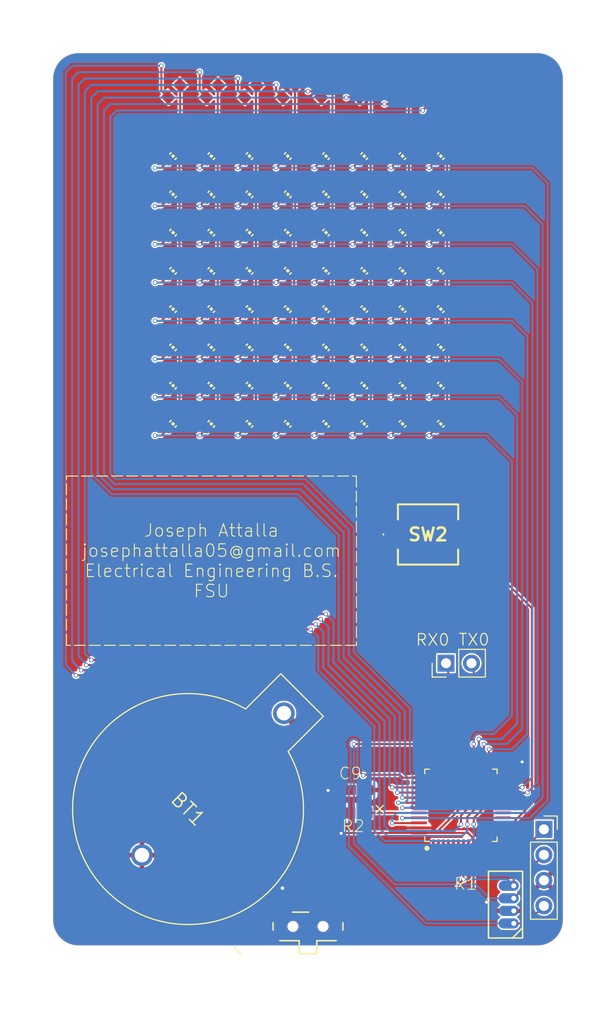
<source format=kicad_pcb>
(kicad_pcb (version 20241229) (generator "pcbnew") (generator_version "9.0")
  (layers (0 "F.Cu" signal) (2 "B.Cu" signal) (13 "F.Paste" user) (15 "B.Paste" user) (5 "F.SilkS" user "F.Silkscreen") (7 "B.SilkS" user "B.Silkscreen") (1 "F.Mask" user) (3 "B.Mask" user) (25 "Edge.Cuts" user))
  (net 0 "")
  (net 1 "GND")
  (net 2 "+3V3")
  (net 3 "/LED_N0")
  (net 4 "Net-(LED1-PadA)")
  (net 5 "Net-(LED10-PadA)")
  (net 6 "Net-(LED11-PadA)")
  (net 7 "Net-(LED12-PadA)")
  (net 8 "Net-(LED13-PadA)")
  (net 9 "Net-(LED14-PadA)")
  (net 10 "Net-(LED15-PadA)")
  (net 11 "Net-(LED16-PadA)")
  (net 12 "/LED_N1")
  (net 13 "/LED_N2")
  (net 14 "/LED_N3")
  (net 15 "/LED_N4")
  (net 16 "/LED_N5")
  (net 17 "/LED_N6")
  (net 18 "/LED_N7")
  (net 23 "/UART_TX")
  (net 24 "unconnected-(MP1-P$13-Pad13)")
  (net 27 "/UART_RX")
  (net 28 "/SWCLK")
  (net 29 "/BTN1")
  (net 31 "/LED_P3")
  (net 32 "/LED_P1")
  (net 33 "/LED_P2")
  (net 34 "/LED_P5")
  (net 36 "Net-(MP1-P$44)")
  (net 37 "/LED_P0")
  (net 39 "/NRST")
  (net 42 "/SWDIO")
  (net 45 "/LED_P4")
  (net 47 "/LED_P7")
  (net 50 "/LED_P6")
  (net 53 "Net-(BT1-+)")
  (footprint "version3:CHIP-LED0603_420" (layer "F.Cu") (at 150.4061 82.1436 135)
    (property "Reference" "LED29" (hide yes))
    (property "Value" "LEDCHIP-LED0603")
  )
  (footprint "version3:CHIP-LED0603_420" (layer "F.Cu") (at 150.4061 85.9536 135)
    (property "Reference" "LED37" (hide yes))
    (property "Value" "LEDCHIP-LED0603")
  )
  (footprint "version3:CHIP-LED0603_420" (layer "F.Cu") (at 161.8361 97.3836 135)
    (property "Reference" "LED64" (hide yes))
    (property "Value" "LEDCHIP-LED0603")
  )
  (footprint "version3:CHIP-LED0603_420" (layer "F.Cu") (at 161.8361 89.7636 135)
    (property "Reference" "LED48" (hide yes))
    (property "Value" "LEDCHIP-LED0603")
  )
  (footprint "version3:CHIP-LED0603_420" (layer "F.Cu") (at 161.8361 78.3336 135)
    (property "Reference" "LED24" (hide yes))
    (property "Value" "LEDCHIP-LED0603")
  )
  (footprint "version3:CHIP-LED0603_420" (layer "F.Cu") (at 150.4061 78.3336 135)
    (property "Reference" "LED21" (hide yes))
    (property "Value" "LEDCHIP-LED0603")
  )
  (footprint "version3:CHIP-LED0603_420" (layer "F.Cu") (at 142.7861 89.7636 135)
    (property "Reference" "LED43" (hide yes))
    (property "Value" "LEDCHIP-LED0603")
  )
  (footprint "version3:CHIP-LED0603_420" (layer "F.Cu") (at 146.5961 78.3336 135)
    (property "Reference" "LED20" (hide yes))
    (property "Value" "LEDCHIP-LED0603")
  )
  (footprint "version3:CHIP-LED0603_420" (layer "F.Cu") (at 154.2161 78.3336 135)
    (property "Reference" "LED22" (hide yes))
    (property "Value" "LEDCHIP-LED0603")
  )
  (footprint "version3:CHIP-LED0603_420" (layer "F.Cu") (at 142.7861 82.1436 135)
    (property "Reference" "LED27" (hide yes))
    (property "Value" "LEDCHIP-LED0603")
  )
  (footprint "version3:R0603_334" (layer "F.Cu") (at 153.5811 136.2456 180)
    (property "Reference" "R2")
    (property "Value" "10k")
  )
  (footprint "version3:CHIP-LED0603_420" (layer "F.Cu") (at 150.4061 70.7136 135)
    (property "Reference" "LED5" (hide yes))
    (property "Value" "LEDCHIP-LED0603")
  )
  (footprint "version3:C0603_334" (layer "F.Cu") (at 153.5811 133.9596)
    (property "Reference" "C9")
    (property "Value" "0.1uF")
  )
  (footprint "version3:CHIP-LED0603_420" (layer "F.Cu") (at 135.1661 78.3336 135)
    (property "Reference" "LED17" (hide yes))
    (property "Value" "LEDCHIP-LED0603")
  )
  (footprint "version3:CHIP-LED0603_420" (layer "F.Cu") (at 161.8361 70.7136 135)
    (property "Reference" "LED8" (hide yes))
    (property "Value" "LEDCHIP-LED0603")
  )
  (footprint "version3:CHIP-LED0603_420" (layer "F.Cu") (at 138.9761 85.9536 135)
    (property "Reference" "LED34" (hide yes))
    (property "Value" "LEDCHIP-LED0603")
  )
  (footprint "version3:CHIP-LED0603_420" (layer "F.Cu") (at 158.0261 97.3836 135)
    (property "Reference" "LED63" (hide yes))
    (property "Value" "LEDCHIP-LED0603")
  )
  (footprint "Connector_PinSocket_2.54mm:PinSocket_1x04_P2.54mm_Vertical" (layer "F.Cu") (at 172 137.88)
    (property "Reference" "J1" (hide yes))
    (property "Value" "Conn_01x04_Pin")
  )
  (footprint "version3:CHIP-LED0603_420" (layer "F.Cu") (at 138.9761 78.3336 135)
    (property "Reference" "LED18" (hide yes))
    (property "Value" "LEDCHIP-LED0603")
  )
  (footprint "version3:CHIP-LED0603_420" (layer "F.Cu") (at 138.9761 82.1436 135)
    (property "Reference" "LED26" (hide yes))
    (property "Value" "LEDCHIP-LED0603")
  )
  (footprint "version3:CHIP-LED0603_420" (layer "F.Cu") (at 154.2161 97.3836 135)
    (property "Reference" "LED62" (hide yes))
    (property "Value" "LEDCHIP-LED0603")
  )
  (footprint "version3:CHIP-LED0603_420" (layer "F.Cu") (at 146.5961 70.7136 135)
    (property "Reference" "LED4" (hide yes))
    (property "Value" "LEDCHIP-LED0603")
  )
  (footprint "version3:CHIP-LED0603_420" (layer "F.Cu") (at 142.7861 85.9536 135)
    (property "Reference" "LED35" (hide yes))
    (property "Value" "LEDCHIP-LED0603")
  )
  (footprint "version3:SW4_SSSS811101_ALPS" (layer "F.Cu") (at 148.5011 147.5486 90)
    (property "Reference" "SW1")
    (property "Value" "SSSS811101SW4_SSSS811101_ALPS")
  )
  (footprint "version3:CHIP-LED0603_420" (layer "F.Cu") (at 158.0261 85.9536 135)
    (property "Reference" "LED39" (hide yes))
    (property "Value" "LEDCHIP-LED0603")
  )
  (footprint "version3:CHIP-LED0603_420" (layer "F.Cu") (at 142.7861 97.3836 135)
    (property "Reference" "LED59" (hide yes))
    (property "Value" "LEDCHIP-LED0603")
  )
  (footprint "version3:R0603_334" (layer "F.Cu") (at 158.0261 64.3636 -135)
    (property "Reference" "R9" (hide yes))
    (property "Value" "500r")
  )
  (footprint "version3:CHIP-LED0603_420" (layer "F.Cu") (at 150.4061 93.5736 135)
    (property "Reference" "LED53" (hide yes))
    (property "Value" "LEDCHIP-LED0603")
  )
  (footprint "version3:CHIP-LED0603_420" (layer "F.Cu") (at 146.5961 74.5236 135)
    (property "Reference" "LED12" (hide yes))
    (property "Value" "LEDCHIP-LED0603")
  )
  (footprint "1_Buttons:SPEH110101" (layer "F.Cu") (at 160.46 108.51)
    (property "Reference" "SW2")
    (property "Value" "SW_Push" (hide yes))
  )
  (footprint "Connector_PinHeader_2.54mm:PinHeader_1x02_P2.54mm_Vertical" (layer "F.Cu") (at 162.25 121.33 90)
    (property "Reference" "REF**" (hide yes))
    (property "Value" "PinHeader_1x02_P2.54mm_Vertical")
  )
  (footprint "version3:CHIP-LED0603_420" (layer "F.Cu") (at 138.9761 70.7136 135)
    (property "Reference" "LED2" (hide yes))
    (property "Value" "LEDCHIP-LED0603")
  )
  (footprint "version3:CHIP-LED0603_420" (layer "F.Cu") (at 135.1661 82.1436 135)
    (property "Reference" "LED25" (hide yes))
    (property "Value" "LEDCHIP-LED0603")
  )
  (footprint "version3:CHIP-LED0603_420" (layer "F.Cu") (at 146.5961 97.3836 135)
    (property "Reference" "LED60" (hide yes))
    (property "Value" "LEDCHIP-LED0603")
  )
  (footprint "version3:CHIP-LED0603_420" (layer "F.Cu") (at 135.1661 97.3836 135)
    (property "Reference" "LED57" (hide yes))
    (property "Value" "LEDCHIP-LED0603")
  )
  (footprint "version3:R0603_334" (layer "F.Cu") (at 135.1661 64.3636 -135)
    (property "Reference" "R3" (hide yes))
    (property "Value" "500r")
  )
  (footprint "version3:CHIP-LED0603_420" (layer "F.Cu") (at 161.8361 93.5736 135)
    (property "Reference" "LED56" (hide yes))
    (property "Value" "LEDCHIP-LED0603")
  )
  (footprint "version3:CHIP-LED0603_420" (layer "F.Cu") (at 146.5961 82.1436 135)
    (property "Reference" "LED28" (hide yes))
    (property "Value" "LEDCHIP-LED0603")
  )
  (footprint "version3:CHIP-LED0603_420" (layer "F.Cu") (at 154.2161 70.7136 135)
    (property "Reference" "LED6" (hide yes))
    (property "Value" "LEDCHIP-LED0603")
  )
  (footprint "version3:CHIP-LED0603_420" (layer "F.Cu") (at 154.2161 82.1436 135)
    (property "Reference" "LED30" (hide yes))
    (property "Value" "LEDCHIP-LED0603")
  )
  (footprint "version3:CHIP-LED0603_420" (layer "F.Cu") (at 135.1661 74.5236 135)
    (property "Reference" "LED9" (hide yes))
    (property "Value" "LEDCHIP-LED0603")
  )
  (footprint "version3:CHIP-LED0603_420" (layer "F.Cu") (at 142.7861 78.3336 135)
    (property "Reference" "LED19" (hide yes))
    (property "Value" "LEDCHIP-LED0603")
  )
  (footprint "version3:CHIP-LED0603_420" (layer "F.Cu") (at 158.0261 78.3336 135)
    (property "Reference" "LED23" (hide yes))
    (property "Value" "LEDCHIP-LED0603")
  )
  (footprint "version3:R0603_334" (layer "F.Cu") (at 161.8361 64.3636 -135)
    (property "Reference" "R10" (hide yes))
    (property "Value" "500r")
  )
  (footprint "version3:CHIP-LED0603_420" (layer "F.Cu") (at 158.0261 82.1436 135)
    (property "Reference" "LED31" (hide yes))
    (property "Value" "LEDCHIP-LED0603")
  )
  (footprint "version3:CHIP-LED0603_420" (layer "F.Cu") (at 146.5961 93.5736 135)
    (property "Reference" "LED52" (hide yes))
    (property "Value" "LEDCHIP-LED0603")
  )
  (footprint "version3:CHIP-LED0603_420" (layer "F.Cu") (at 158.0261 89.7636 135)
    (property "Reference" "LED47" (hide yes))
    (property "Value" "LEDCHIP-LED0603")
  )
  (footprint "version3:4-PIN-1.25MM_4492387" (layer "F.Cu") (at 168.18 145.375 -90)
    (property "Reference" "PROG0" (hide yes))
    (property "Value" "4-PIN-1.25MM" (hide yes))
  )
  (footprint "version3:R0603_334" (layer "F.Cu") (at 150.4061 64.3636 -135)
    (property "Reference" "R7" (hide yes))
    (property "Value" "500r")
  )
  (footprint "version3:CHIP-LED0603_420" (layer "F.Cu") (at 158.0261 70.7136 135)
    (property "Reference" "LED7" (hide yes))
    (property "Value" "LEDCHIP-LED0603")
  )
  (footprint "version3:CHIP-LED0603_420" (layer "F.Cu") (at 142.7861 93.5736 135)
    (property "Reference" "LED51" (hide yes))
    (property "Value" "LEDCHIP-LED0603")
  )
  (footprint "version3:CHIP-LED0603_420" (layer "F.Cu") (at 135.1661 89.7636 135)
    (property "Reference" "LED41" (hide yes))
    (property "Value" "LEDCHIP-LED0603")
  )
  (footprint "version3:R0603_334" (layer "F.Cu") (at 164.2491 145.1356)
    (property "Reference" "R1")
    (property "Value" "10k")
  )
  (footprint "version3:R0603_334" (layer "F.Cu") (at 142.7861 64.3636 -135)
    (property "Reference" "R5" (hide yes))
    (property "Value" "500r")
  )
  (footprint "version3:B1,27_385" (layer "F.Cu") (at 162.4711 126.5936)
    (property "Reference" "RX0")
    (property "Value" "PTR1B1,27")
  )
  (footprint "version3:CHIP-LED0603_420" (layer "F.Cu") (at 150.4061 97.3836 135)
    (property "Reference" "LED61" (hide yes))
    (property "Value" "LEDCHIP-LED0603")
  )
  (footprint "version3:QFP50P900X900X160-48" (layer "F.Cu") (at 163.7411 135.4836 90)
    (property "Reference" "MP1" (hide yes))
    (property "Value" "STM32L431CC")
  )
  (footprint "version3:CHIP-LED0603_420" (layer "F.Cu") (at 150.4061 74.5236 135)
    (property "Reference" "LED13" (hide yes))
    (property "Value" "LEDCHIP-LED0603")
  )
  (footprint "version3:CHIP-LED0603_420" (layer "F.Cu") (at 161.8361 74.5236 135)
    (property "Reference" "LED16" (hide yes))
    (property "Value" "LEDCHIP-LED0603")
  )
  (footprint "version3:CHIP-LED0603_420" (layer "F.Cu") (at 146.5961 89.7636 135)
    (property "Reference" "LED44" (hide yes))
    (property "Value" "LEDCHIP-LED0603")
  )
  (footprint "version3:CHIP-LED0603_420" (layer "F.Cu") (at 142.7861 74.5236 135)
    (property "Reference" "LED11" (hide yes))
    (property "Value" "LEDCHIP-LED0603")
  )
  (footprint "version3:CHIP-LED0603_420" (layer "F.Cu") (at 135.1661 93.5736 135)
    (property "Reference" "LED49" (hide yes))
    (property "Value" "LEDCHIP-LED0603")
  )
  (footprint "version3:CHIP-LED0603_420" (layer "F.Cu") (at 138.9761 97.3836 135)
    (property "Reference" "LED58" (hide yes))
    (property "Value" "LEDCHIP-LED0603")
  )
  (footprint "version3:CHIP-LED0603_420" (layer "F.Cu") (at 158.0261 93.5736 135)
    (property "Reference" "LED55" (hide yes))
    (property "Value" "LEDCHIP-LED0603")
  )
  (footprint "version3:CHIP-LED0603_420" (layer "F.Cu") (at 138.9761 74.5236 135)
    (property "Reference" "LED10" (hide yes))
    (property "Value" "LEDCHIP-LED0603")
  )
  (footprint "version3:CHIP-LED0603_420" (layer "F.Cu") (at 138.9761 93.5736 135)
    (property "Reference" "LED50" (hide yes))
    (property "Value" "LEDCHIP-LED0603")
  )
  (footprint "version3:CHIP-LED0603_420" (layer "F.Cu") (at 135.1661 70.7136 135)
    (property "Reference" "LED1" (hide yes))
    (property "Value" "LEDCHIP-LED0603")
  )
  (footprint "version3:CHIP-LED0603_420" (layer "F.Cu") (at 158.0261 74.5236 135)
    (property "Reference" "LED15" (hide yes))
    (property "Value" "LEDCHIP-LED0603")
  )
  (footprint "version3:CHIP-LED0603_420" (layer "F.Cu") (at 154.2161 74.5236 135)
    (property "Reference" "LED14" (hide yes))
    (property "Value" "LEDCHIP-LED0603")
  )
  (footprint "version3:CHIP-LED0603_420" (layer "F.Cu") (at 154.2161 93.5736 135)
    (property "Reference" "LED54" (hide yes))
    (property "Value" "LEDCHIP-LED0603")
  )
  (footprint "version3:CHIP-LED0603_420" (layer "F.Cu") (at 161.8361 85.9536 135)
    (property "Reference" "LED40" (hide yes))
    (property "Value" "LEDCHIP-LED0603")
  )
  (footprint "version3:R0603_334" (layer "F.Cu") (at 154.2161 64.3636 -135)
    (property "Reference" "R8" (hide yes))
    (property "Value" "500r")
  )
  (footprint "version3:CHIP-LED0603_420" (layer "F.Cu") (at 154.2161 89.7636 135)
    (property "Reference" "LED46" (hide yes))
    (property "Value" "LEDCHIP-LED0603")
  )
  (footprint "version3:CHIP-LED0603_420" (layer "F.Cu") (at 154.2161 85.9536 135)
    (property "Reference" "LED38" (hide yes))
    (property "Value" "LEDCHIP-LED0603")
  )
  (footprint "version3:CHIP-LED0603_420" (layer "F.Cu") (at 161.8361 82.1436 135)
    (property "Reference" "LED32" (hide yes))
    (property "Value" "LEDCHIP-LED0603")
  )
  (footprint "version3:R0603_334" (layer "F.Cu") (at 146.5961 64.3636 -135)
    (property "Reference" "R6" (hide yes))
    (property "Value" "500r")
  )
  (footprint "version3:CHIP-LED0603_420" (layer "F.Cu") (at 150.4061 89.7636 135)
    (property "Reference" "LED45" (hide yes))
    (property "Value" "LEDCHIP-LED0603")
  )
  (footprint "version3:CHIP-LED0603_420" (layer "F.Cu") (at 146.5961 85.9536 135)
    (property "Reference" "LED36" (hide yes))
    (property "Value" "LEDCHIP-LED0603")
  )
  (footprint "version3:CHIP-LED0603_420" (layer "F.Cu") (at 135.1661 85.9536 135)
    (property "Reference" "LED33" (hide yes))
    (property "Value" "LEDCHIP-LED0603")
  )
  (footprint "version3:CHIP-LED0603_420" (layer "F.Cu") (at 138.9761 89.7636 135)
    (property "Reference" "LED42" (hide yes))
    (property "Value" "LEDCHIP-LED0603")
  )
  (footprint "1_battery_holders:BAT_BS-3" (layer "F.Cu") (at 136.554058 135.855942 135)
    (property "Reference" "BT1")
    (property "Value" "Battery")
  )
  (footprint "version3:B1,27_385" (layer "F.Cu") (at 165.0111 126.5936)
    (property "Reference" "TX0")
    (property "Value" "PTR1B1,27")
  )
  (footprint "version3:CHIP-LED0603_420" (layer "F.Cu") (at 142.7861 70.7136 135)
    (property "Reference" "LED3" (hide yes))
    (property "Value" "LEDCHIP-LED0603")
  )
  (footprint "version3:R0603_334" (layer "F.Cu") (at 138.9761 64.3636 -135)
    (property "Reference" "R4" (hide yes))
    (property "Value" "500r")
  )
  (gr_arc (start 123.1011 63.0936) (mid 123.845049 61.297549) (end 125.6411 60.5536) (stroke (width 0.0254)) (layer "Edge.Cuts"))
  (gr_arc (start 173.9011 146.9136) (mid 173.157151 148.709651) (end 171.3611 149.4536) (stroke (width 0.0254)) (layer "Edge.Cuts"))
  (gr_line (start 171.3611 60.5536) (end 125.6411 60.5536) (stroke (width 0.05)) (layer "Edge.Cuts"))
  (gr_arc (start 125.6411 149.4536) (mid 123.845049 148.709651) (end 123.1011 146.9136) (stroke (width 0.0254)) (layer "Edge.Cuts"))
  (gr_line (start 123.1011 63.0936) (end 123.1011 146.9136) (stroke (width 0.05)) (layer "Edge.Cuts"))
  (gr_line (start 173.9011 146.9136) (end 173.9011 63.0936) (stroke (width 0.05)) (layer "Edge.Cuts"))
  (gr_line (start 125.6411 149.4536) (end 171.3611 149.4536) (stroke (width 0.05)) (layer "Edge.Cuts"))
  (gr_arc (start 171.3611 60.5536) (mid 173.157151 61.297549) (end 173.9011 63.0936) (stroke (width 0.0254)) (layer "Edge.Cuts"))
  (gr_text_box "Joseph Attalla\njosephattalla05@gmail.com\nElectrical Engineering B.S.\nFSU" (start 124.44 102.69) (end 153.32 119.55) (margins 1.0025 1.0025 1.0025 1.0025) (layer "F.SilkS") (effects (font (size 1.25 1.25) (thickness 0.1))) (border yes) (stroke (width 0.1) (type dash)))
  (segment (start 164.9911 139.6619) (end 164.9911 145.0276) (width 0.2032) (layer "F.Cu") (net 2))
  (segment (start 161.2451 138.2336) (end 164.4414 138.2336) (width 0.2032) (layer "F.Cu") (net 2))
  (segment (start 167.9194 132.7336) (end 166.7451 132.7336) (width 0.2032) (layer "F.Cu") (net 2))
  (segment (start 152.6907 134) (end 152.7311 133.9596) (width 0.2032) (layer "F.Cu") (net 2))
  (segment (start 166.7451 132.7336) (end 161.2451 138.2336) (width 0.2032) (layer "F.Cu") (net 2))
  (segment (start 146.2583 144.0358) (end 145.9611 143.7386) (width 0.7112) (layer "F.Cu") (net 2))
  (segment (start 164.4414 138.2336) (end 164.9911 138.7833) (width 0.2032) (layer "F.Cu") (net 2))
  (segment (start 159.5628 138.2336) (end 161.2451 138.2336) (width 0.2032) (layer "F.Cu") (net 2))
  (segment (start 169.8371 131.1656) (end 169.8371 132.1816) (width 0.2032) (layer "F.Cu") (net 2))
  (segment (start 164.9911 145.0276) (end 165.0991 145.1356) (width 0.2032) (layer "F.Cu") (net 2))
  (segment (start 165.0991 145.1356) (end 166.2811 145.1356) (width 0.2032) (layer "F.Cu") (net 2))
  (segment (start 151.8471 138.2336) (end 151.8031 138.2776) (width 0.2032) (layer "F.Cu") (net 2))
  (segment (start 169.8371 132.1816) (end 169.2851 132.7336) (width 0.2032) (layer "F.Cu") (net 2))
  (segment (start 146.2583 145.839) (end 146.2583 144.0358) (width 0.7112) (layer "F.Cu") (net 2))
  (segment (start 159.5628 138.2336) (end 151.8471 138.2336) (width 0.2032) (layer "F.Cu") (net 2))
  (segment (start 169.2851 132.7336) (end 167.9194 132.7336) (width 0.2032) (layer "F.Cu") (net 2))
  (segment (start 164.9911 138.7833) (end 164.9911 139.6619) (width 0.2032) (layer "F.Cu") (net 2))
  (segment (start 150.5 134) (end 152.6907 134) (width 0.2032) (layer "F.Cu") (net 2))
  (via (at 150.5 134) (size 0.4524) (drill 0.3) (layers "F.Cu" "B.Cu") (net 2))
  (via (at 169.8371 131.1656) (size 0.4524) (drill 0.3) (layers "F.Cu" "B.Cu") (net 2))
  (via (at 151.8031 138.2776) (size 0.4524) (drill 0.3) (layers "F.Cu" "B.Cu") (net 2))
  (via (at 145.9611 143.7386) (size 0.5024) (drill 0.35) (layers "F.Cu" "B.Cu") (net 2))
  (via (at 166.2811 145.1356) (size 0.4524) (drill 0.3) (layers "F.Cu" "B.Cu") (net 2))
  (segment (start 157.495768 71.243932) (end 156.7561 71.9836) (width 0.2032) (layer "F.Cu") (net 3))
  (segment (start 142.255768 71.243932) (end 141.5161 71.9836) (width 0.2032) (layer "F.Cu") (net 3))
  (segment (start 133.8961 71.9836) (end 133.2611 71.9836) (width 0.2032) (layer "F.Cu") (net 3))
  (segment (start 149.875768 71.243932) (end 149.1361 71.9836) (width 0.2032) (layer "F.Cu") (net 3))
  (segment (start 134.635768 71.243932) (end 133.8961 71.9836) (width 0.2032) (layer "F.Cu") (net 3))
  (segment (start 157.9191 136.7336) (end 159.5628 136.7336) (width 0.2032) (layer "F.Cu") (net 3))
  (segment (start 138.445768 71.243932) (end 137.7061 71.9836) (width 0.2032) (layer "F.Cu") (net 3))
  (segment (start 157.8991 136.7536) (end 157.9191 136.7336) (width 0.2032) (layer "F.Cu") (net 3))
  (segment (start 153.685768 71.243932) (end 152.9461 71.9836) (width 0.2032) (layer "F.Cu") (net 3))
  (segment (start 161.305768 71.243932) (end 160.5661 71.9836) (width 0.2032) (layer "F.Cu") (net 3))
  (segment (start 146.065768 71.243932) (end 145.3261 71.9836) (width 0.2032) (layer "F.Cu") (net 3))
  (via (at 160.5661 71.9836) (size 0.4524) (drill 0.3) (layers "F.Cu" "B.Cu") (net 3))
  (via (at 152.9461 71.9836) (size 0.4524) (drill 0.3) (layers "F.Cu" "B.Cu") (net 3))
  (via (at 133.2611 71.9836) (size 0.4524) (drill 0.3) (layers "F.Cu" "B.Cu") (net 3))
  (via (at 141.5161 71.9836) (size 0.4524) (drill 0.3) (layers "F.Cu" "B.Cu") (net 3))
  (via (at 145.3261 71.9836) (size 0.4524) (drill 0.3) (layers "F.Cu" "B.Cu") (net 3))
  (via (at 156.7561 71.9836) (size 0.4524) (drill 0.3) (layers "F.Cu" "B.Cu") (net 3))
  (via (at 149.1361 71.9836) (size 0.4524) (drill 0.3) (layers "F.Cu" "B.Cu") (net 3))
  (via (at 137.7061 71.9836) (size 0.4524) (drill 0.3) (layers "F.Cu" "B.Cu") (net 3))
  (via (at 157.8991 136.7536) (size 0.4524) (drill 0.3) (layers "F.Cu" "B.Cu") (net 3))
  (segment (start 152.9461 71.9836) (end 156.7561 71.9836) (width 0.2032) (layer "B.Cu") (net 3))
  (segment (start 133.2611 71.9836) (end 137.7061 71.9836) (width 0.2032) (layer "B.Cu") (net 3))
  (segment (start 137.7061 71.9836) (end 141.5161 71.9836) (width 0.2032) (layer "B.Cu") (net 3))
  (segment (start 145.3261 71.9836) (end 149.1361 71.9836) (width 0.2032) (layer "B.Cu") (net 3))
  (segment (start 141.5161 71.9836) (end 145.3261 71.9836) (width 0.2032) (layer "B.Cu") (net 3))
  (segment (start 170.5991 136.7536) (end 172.3771 134.9756) (width 0.2032) (layer "B.Cu") (net 3))
  (segment (start 157.8991 136.7536) (end 170.5991 136.7536) (width 0.2032) (layer "B.Cu") (net 3))
  (segment (start 172.3771 73.5076) (end 170.8531 71.9836) (width 0.2032) (layer "B.Cu") (net 3))
  (segment (start 149.1361 71.9836) (end 152.9461 71.9836) (width 0.2032) (layer "B.Cu") (net 3))
  (segment (start 156.7561 71.9836) (end 160.5661 71.9836) (width 0.2032) (layer "B.Cu") (net 3))
  (segment (start 170.8531 71.9836) (end 160.5661 71.9836) (width 0.2032) (layer "B.Cu") (net 3))
  (segment (start 172.3771 134.9756) (end 172.3771 73.5076) (width 0.2032) (layer "B.Cu") (net 3))
  (segment (start 135.696428 73.993272) (end 135.696428 77.803272) (width 0.2032) (layer "F.Cu") (net 4))
  (segment (start 135.696428 89.233272) (end 135.696428 93.043272) (width 0.2032) (layer "F.Cu") (net 4))
  (segment (start 135.696428 96.853272) (end 135.696428 93.043272) (width 0.2032) (layer "F.Cu") (net 4))
  (segment (start 135.696428 70.183272) (end 135.696428 73.993272) (width 0.2032) (layer "F.Cu") (net 4))
  (segment (start 135.76714 63.76256) (end 135.76714 70.11256) (width 0.2032) (layer "F.Cu") (net 4))
  (segment (start 135.696428 77.803272) (end 135.696428 81.613272) (width 0.2032) (layer "F.Cu") (net 4))
  (segment (start 135.76714 70.11256) (end 135.696428 70.183272) (width 0.2032) (layer "F.Cu") (net 4))
  (segment (start 135.696428 85.423272) (end 135.696428 89.233272) (width 0.2032) (layer "F.Cu") (net 4))
  (segment (start 135.696428 81.613272) (end 135.696428 85.423272) (width 0.2032) (layer "F.Cu") (net 4))
  (segment (start 139.506428 63.833272) (end 139.57714 63.76256) (width 0.2032) (layer "F.Cu") (net 5))
  (segment (start 139.506428 70.183272) (end 139.506428 63.833272) (width 0.2032) (layer "F.Cu") (net 5))
  (segment (start 139.506428 77.803272) (end 139.506428 81.613272) (width 0.2032) (layer "F.Cu") (net 5))
  (segment (start 139.506428 70.183272) (end 139.506428 73.993272) (width 0.2032) (layer "F.Cu") (net 5))
  (segment (start 139.506428 85.423272) (end 139.506428 89.233272) (width 0.2032) (layer "F.Cu") (net 5))
  (segment (start 139.506428 81.613272) (end 139.506428 85.423272) (width 0.2032) (layer "F.Cu") (net 5))
  (segment (start 139.506428 93.043272) (end 139.506428 96.853272) (width 0.2032) (layer "F.Cu") (net 5))
  (segment (start 139.506428 77.803272) (end 139.506428 73.993272) (width 0.2032) (layer "F.Cu") (net 5))
  (segment (start 139.506428 89.233272) (end 139.506428 93.043272) (width 0.2032) (layer "F.Cu") (net 5))
  (segment (start 143.316428 85.423272) (end 143.316428 89.233272) (width 0.2032) (layer "F.Cu") (net 6))
  (segment (start 143.316428 70.183272) (end 143.316428 63.833272) (width 0.2032) (layer "F.Cu") (net 6))
  (segment (start 143.316428 77.803272) (end 143.316428 81.613272) (width 0.2032) (layer "F.Cu") (net 6))
  (segment (start 143.316428 73.993272) (end 143.316428 77.803272) (width 0.2032) (layer "F.Cu") (net 6))
  (segment (start 143.316428 89.233272) (end 143.316428 93.043272) (width 0.2032) (layer "F.Cu") (net 6))
  (segment (start 143.316428 73.993272) (end 143.316428 70.183272) (width 0.2032) (layer "F.Cu") (net 6))
  (segment (start 143.316428 81.613272) (end 143.316428 85.423272) (width 0.2032) (layer "F.Cu") (net 6))
  (segment (start 143.316428 63.833272) (end 143.38714 63.76256) (width 0.2032) (layer "F.Cu") (net 6))
  (segment (start 143.316428 93.043272) (end 143.316428 96.853272) (width 0.2032) (layer "F.Cu") (net 6))
  (segment (start 147.126428 73.993272) (end 147.2311 74.097944) (width 0.2032) (layer "F.Cu") (net 7))
  (segment (start 147.126428 70.183272) (end 147.126428 73.993272) (width 0.2032) (layer "F.Cu") (net 7))
  (segment (start 147.19714 63.76256) (end 147.19714 70.11256) (width 0.2032) (layer "F.Cu") (net 7))
  (segment (start 147.19714 70.11256) (end 147.126428 70.183272) (width 0.2032) (layer "F.Cu") (net 7))
  (segment (start 147.126428 93.043272) (end 147.126428 96.853272) (width 0.2032) (layer "F.Cu") (net 7))
  (segment (start 147.126428 85.423272) (end 147.126428 89.233272) (width 0.2032) (layer "F.Cu") (net 7))
  (segment (start 147.2311 77.6986) (end 147.126428 77.803272) (width 0.2032) (layer "F.Cu") (net 7))
  (segment (start 147.126428 81.613272) (end 147.126428 77.803272) (width 0.2032) (layer "F.Cu") (net 7))
  (segment (start 147.126428 89.233272) (end 147.126428 93.043272) (width 0.2032) (layer "F.Cu") (net 7))
  (segment (start 147.126428 81.613272) (end 147.126428 85.423272) (width 0.2032) (layer "F.Cu") (net 7))
  (segment (start 147.2311 74.097944) (end 147.2311 77.6986) (width 0.2032) (layer "F.Cu") (net 7))
  (segment (start 150.936428 81.613272) (end 150.936428 85.423272) (width 0.2032) (layer "F.Cu") (net 8))
  (segment (start 150.936428 89.233272) (end 150.936428 93.043272) (width 0.2032) (layer "F.Cu") (net 8))
  (segment (start 150.936428 77.803272) (end 150.936428 73.993272) (width 0.2032) (layer "F.Cu") (net 8))
  (segment (start 150.936428 93.043272) (end 150.936428 96.853272) (width 0.2032) (layer "F.Cu") (net 8))
  (segment (start 150.936428 85.423272) (end 150.936428 89.233272) (width 0.2032) (layer "F.Cu") (net 8))
  (segment (start 150.936428 77.803272) (end 150.936428 81.613272) (width 0.2032) (layer "F.Cu") (net 8))
  (segment (start 150.936428 63.833272) (end 151.00714 63.76256) (width 0.2032) (layer "F.Cu") (net 8))
  (segment (start 150.936428 70.183272) (end 150.936428 63.833272) (width 0.2032) (layer "F.Cu") (net 8))
  (segment (start 150.936428 73.993272) (end 150.936428 70.183272) (width 0.2032) (layer "F.Cu") (net 8))
  (segment (start 154.746428 89.233272) (end 154.746428 93.043272) (width 0.2032) (layer "F.Cu") (net 9))
  (segment (start 154.746428 73.993272) (end 154.746428 77.803272) (width 0.2032) (layer "F.Cu") (net 9))
  (segment (start 154.746428 70.183272) (end 154.746428 73.993272) (width 0.2032) (layer "F.Cu") (net 9))
  (segment (start 154.746428 63.833272) (end 154.81714 63.76256) (width 0.2032) (layer "F.Cu") (net 9))
  (segment (start 154.746428 85.423272) (end 154.746428 89.233272) (width 0.2032) (layer "F.Cu") (net 9))
  (segment (start 154.746428 93.043272) (end 154.746428 96.853272) (width 0.2032) (layer "F.Cu") (net 9))
  (segment (start 154.746428 70.183272) (end 154.746428 63.833272) (width 0.2032) (layer "F.Cu") (net 9))
  (segment (start 154.746428 77.803272) (end 154.746428 81.613272) (width 0.2032) (layer "F.Cu") (net 9))
  (segment (start 154.746428 81.613272) (end 154.746428 85.423272) (width 0.2032) (layer "F.Cu") (net 9))
  (segment (start 158.556428 77.803272) (end 158.556428 81.613272) (width 0.2032) (layer "F.Cu") (net 10))
  (segment (start 158.556428 70.183272) (end 158.556428 63.833272) (width 0.2032) (layer "F.Cu") (net 10))
  (segment (start 158.556428 85.423272) (end 158.556428 89.233272) (width 0.2032) (layer "F.Cu") (net 10))
  (segment (start 158.556428 81.613272) (end 158.556428 85.423272) (width 0.2032) (layer "F.Cu") (net 10))
  (segment (start 158.556428 93.043272) (end 158.556428 96.853272) (width 0.2032) (layer "F.Cu") (net 10))
  (segment (start 158.556428 63.833272) (end 158.62714 63.76256) (width 0.2032) (layer "F.Cu") (net 10))
  (segment (start 158.556428 73.993272) (end 158.556428 77.803272) (width 0.2032) (layer "F.Cu") (net 10))
  (segment (start 158.556428 73.993272) (end 158.556428 70.183272) (width 0.2032) (layer "F.Cu") (net 10))
  (segment (start 158.556428 89.233272) (end 158.556428 93.043272) (width 0.2032) (layer "F.Cu") (net 10))
  (segment (start 162.366428 81.613272) (end 162.366428 85.423272) (width 0.2032) (layer "F.Cu") (net 11))
  (segment (start 162.366428 85.423272) (end 162.366428 89.233272) (width 0.2032) (layer "F.Cu") (net 11))
  (segment (start 162.366428 93.043272) (end 162.366428 96.853272) (width 0.2032) (layer "F.Cu") (net 11))
  (segment (start 162.366428 73.993272) (end 162.366428 77.803272) (width 0.2032) (layer "F.Cu") (net 11))
  (segment (start 162.366428 89.233272) (end 162.366428 93.043272) (width 0.2032) (layer "F.Cu") (net 11))
  (segment (start 162.366428 77.803272) (end 162.366428 81.613272) (width 0.2032) (layer "F.Cu") (net 11))
  (segment (start 162.366428 63.833272) (end 162.43714 63.76256) (width 0.2032) (layer "F.Cu") (net 11))
  (segment (start 162.366428 63.833272) (end 162.366428 70.183272) (width 0.2032) (layer "F.Cu") (net 11))
  (segment (start 162.366428 70.183272) (end 162.366428 73.993272) (width 0.2032) (layer "F.Cu") (net 11))
  (segment (start 133.8961 75.7936) (end 133.2611 75.7936) (width 0.2032) (layer "F.Cu") (net 12))
  (segment (start 138.445768 75.053932) (end 137.7061 75.7936) (width 0.2032) (layer "F.Cu") (net 12))
  (segment (start 134.635768 75.053932) (end 133.8961 75.7936) (width 0.2032) (layer "F.Cu") (net 12))
  (segment (start 156.8831 137.2616) (end 159.5348 137.2616) (width 0.2032) (layer "F.Cu") (net 12))
  (segment (start 153.685768 75.053932) (end 152.9461 75.7936) (width 0.2032) (layer "F.Cu") (net 12))
  (segment (start 161.305768 75.053932) (end 160.5661 75.7936) (width 0.2032) (layer "F.Cu") (net 12))
  (segment (start 159.5348 137.2616) (end 159.5628 137.2336) (width 0.2032) (layer "F.Cu") (net 12))
  (segment (start 149.875768 75.053932) (end 149.1361 75.7936) (width 0.2032) (layer "F.Cu") (net 12))
  (segment (start 142.255768 75.053932) (end 141.5161 75.7936) (width 0.2032) (layer "F.Cu") (net 12))
  (segment (start 157.495768 75.053932) (end 156.7561 75.7936) (width 0.2032) (layer "F.Cu") (net 12))
  (segment (start 146.065768 75.053932) (end 145.3261 75.7936) (width 0.2032) (layer "F.Cu") (net 12))
  (via (at 137.7061 75.7936) (size 0.4524) (drill 0.3) (layers "F.Cu" "B.Cu") (net 12))
  (via (at 156.7561 75.7936) (size 0.4524) (drill 0.3) (layers "F.Cu" "B.Cu") (net 12))
  (via (at 145.3261 75.7936) (size 0.4524) (drill 0.3) (layers "F.Cu" "B.Cu") (net 12))
  (via (at 156.8831 137.2616) (size 0.4524) (drill 0.3) (layers "F.Cu" "B.Cu") (net 12))
  (via (at 141.5161 75.7936) (size 0.4524) (drill 0.3) (layers "F.Cu" "B.Cu") (net 12))
  (via (at 152.9461 75.7936) (size 0.4524) (drill 0.3) (layers "F.Cu" "B.Cu") (net 12))
  (via (at 149.1361 75.7936) (size 0.4524) (drill 0.3) (layers "F.Cu" "B.Cu") (net 12))
  (via (at 160.5661 75.7936) (size 0.4524) (drill 0.3) (layers "F.Cu" "B.Cu") (net 12))
  (via (at 133.2611 75.7936) (size 0.4524) (drill 0.3) (layers "F.Cu" "B.Cu") (net 12))
  (segment (start 157.32275 136.2456) (end 156.8831 136.68525) (width 0.2032) (layer "B.Cu") (net 12))
  (segment (start 156.7561 75.7936) (end 160.5661 75.7936) (width 0.2032) (layer "B.Cu") (net 12))
  (segment (start 170.0911 75.7936) (end 171.8691 77.5716) (width 0.2032) (layer "B.Cu") (net 12))
  (segment (start 149.1361 75.7936) (end 152.9461 75.7936) (width 0.2032) (layer "B.Cu") (net 12))
  (segment (start 170.3451 136.2456) (end 157.32275 136.2456) (width 0.2032) (layer "B.Cu") (net 12))
  (segment (start 171.8691 134.7216) (end 170.3451 136.2456) (width 0.2032) (layer "B.Cu") (net 12))
  (segment (start 145.3261 75.7936) (end 149.1361 75.7936) (width 0.2032) (layer "B.Cu") (net 12))
  (segment (start 171.8691 77.5716) (end 171.8691 134.7216) (width 0.2032) (layer "B.Cu") (net 12))
  (segment (start 152.9461 75.7936) (end 156.7561 75.7936) (width 0.2032) (layer "B.Cu") (net 12))
  (segment (start 156.8831 136.68525) (end 156.8831 137.2616) (width 0.2032) (layer "B.Cu") (net 12))
  (segment (start 160.5661 75.7936) (end 170.0911 75.7936) (width 0.2032) (layer "B.Cu") (net 12))
  (segment (start 137.7061 75.7936) (end 141.5161 75.7936) (width 0.2032) (layer "B.Cu") (net 12))
  (segment (start 141.5161 75.7936) (end 145.3261 75.7936) (width 0.2032) (layer "B.Cu") (net 12))
  (segment (start 133.2611 75.7936) (end 137.7061 75.7936) (width 0.2032) (layer "B.Cu") (net 12))
  (segment (start 134.635768 78.863932) (end 133.8961 79.6036) (width 0.2032) (layer "F.Cu") (net 13))
  (segment (start 161.305768 78.863932) (end 160.5661 79.6036) (width 0.2032) (layer "F.Cu") (net 13))
  (segment (start 149.875768 78.863932) (end 149.1361 79.6036) (width 0.2032) (layer "F.Cu") (net 13))
  (segment (start 170.3451 134.2136) (end 170.3251 134.2336) (width 0.2032) (layer "F.Cu") (net 13))
  (segment (start 133.8961 79.6036) (end 133.2611 79.6036) (width 0.2032) (layer "F.Cu") (net 13))
  (segment (start 153.685768 78.863932) (end 152.9461 79.6036) (width 0.2032) (layer "F.Cu") (net 13))
  (segment (start 138.445768 78.863932) (end 137.7061 79.6036) (width 0.2032) (layer "F.Cu") (net 13))
  (segment (start 157.495768 78.863932) (end 156.7561 79.6036) (width 0.2032) (layer "F.Cu") (net 13))
  (segment (start 142.255768 78.863932) (end 141.5161 79.6036) (width 0.2032) (layer "F.Cu") (net 13))
  (segment (start 146.065768 78.863932) (end 145.3261 79.6036) (width 0.2032) (layer "F.Cu") (net 13))
  (segment (start 170.3251 134.2336) (end 167.9194 134.2336) (width 0.2032) (layer "F.Cu") (net 13))
  (via (at 137.7061 79.6036) (size 0.4524) (drill 0.3) (layers "F.Cu" "B.Cu") (net 13))
  (via (at 156.7561 79.6036) (size 0.4524) (drill 0.3) (layers "F.Cu" "B.Cu") (net 13))
  (via (at 149.1361 79.6036) (size 0.4524) (drill 0.3) (layers "F.Cu" "B.Cu") (net 13))
  (via (at 133.2611 79.6036) (size 0.4524) (drill 0.3) (layers "F.Cu" "B.Cu") (net 13))
  (via (at 141.5161 79.6036) (size 0.4524) (drill 0.3) (layers "F.Cu" "B.Cu") (net 13))
  (via (at 160.5661 79.6036) (size 0.4524) (drill 0.3) (layers "F.Cu" "B.Cu") (net 13))
  (via (at 170.3451 134.2136) (size 0.4524) (drill 0.3) (layers "F.Cu" "B.Cu") (net 13))
  (via (at 145.3261 79.6036) (size 0.4524) (drill 0.3) (layers "F.Cu" "B.Cu") (net 13))
  (via (at 152.9461 79.6036) (size 0.4524) (drill 0.3) (layers "F.Cu" "B.Cu") (net 13))
  (segment (start 152.9461 79.6036) (end 156.7561 79.6036) (width 0.2032) (layer "B.Cu") (net 13))
  (segment (start 133.2611 79.6036) (end 137.7061 79.6036) (width 0.2032) (layer "B.Cu") (net 13))
  (segment (start 168.8211 79.6036) (end 171.3611 82.1436) (width 0.2032) (layer "B.Cu") (net 13))
  (segment (start 156.7561 79.6036) (end 160.5661 79.6036) (width 0.2032) (layer "B.Cu") (net 13))
  (segment (start 141.5161 79.6036) (end 145.3261 79.6036) (width 0.2032) (layer "B.Cu") (net 13))
  (segment (start 171.3611 133.1976) (end 170.3451 134.2136) (width 0.2032) (layer "B.Cu") (net 13))
  (segment (start 145.3261 79.6036) (end 149.1361 79.6036) (width 0.2032) (layer "B.Cu") (net 13))
  (segment (start 171.3611 82.1436) (end 171.3611 133.1976) (width 0.2032) (layer "B.Cu") (net 13))
  (segment (start 149.1361 79.6036) (end 152.9461 79.6036) (width 0.2032) (layer "B.Cu") (net 13))
  (segment (start 160.5661 79.6036) (end 168.8211 79.6036) (width 0.2032) (layer "B.Cu") (net 13))
  (segment (start 137.7061 79.6036) (end 141.5161 79.6036) (width 0.2032) (layer "B.Cu") (net 13))
  (segment (start 142.255768 82.673932) (end 141.5161 83.4136) (width 0.2032) (layer "F.Cu") (net 14))
  (segment (start 133.8961 83.4136) (end 133.2611 83.4136) (width 0.2032) (layer "F.Cu") (net 14))
  (segment (start 161.305768 82.673932) (end 160.5661 83.4136) (width 0.2032) (layer "F.Cu") (net 14))
  (segment (start 153.685768 82.673932) (end 152.9461 83.4136) (width 0.2032) (layer "F.Cu") (net 14))
  (segment (start 169.8371 133.7056) (end 169.8091 133.7336) (width 0.2032) (layer "F.Cu") (net 14))
  (segment (start 157.495768 82.673932) (end 156.7561 83.4136) (width 0.2032) (layer "F.Cu") (net 14))
  (segment (start 134.635768 82.673932) (end 133.8961 83.4136) (width 0.2032) (layer "F.Cu") (net 14))
  (segment (start 169.8091 133.7336) (end 167.9194 133.7336) (width 0.2032) (layer "F.Cu") (net 14))
  (segment (start 149.875768 82.673932) (end 149.1361 83.4136) (width 0.2032) (layer "F.Cu") (net 14))
  (segment (start 138.445768 82.673932) (end 137.7061 83.4136) (width 0.2032) (layer "F.Cu") (net 14))
  (segment (start 146.065768 82.673932) (end 145.3261 83.4136) (width 0.2032) (layer "F.Cu") (net 14))
  (via (at 137.7061 83.4136) (size 0.4524) (drill 0.3) (layers "F.Cu" "B.Cu") (net 14))
  (via (at 149.1361 83.4136) (size 0.4524) (drill 0.3) (layers "F.Cu" "B.Cu") (net 14))
  (via (at 156.7561 83.4136) (size 0.4524) (drill 0.3) (layers "F.Cu" "B.Cu") (net 14))
  (via (at 152.9461 83.4136) (size 0.4524) (drill 0.3) (layers "F.Cu" "B.Cu") (net 14))
  (via (at 133.2611 83.4136) (size 0.4524) (drill 0.3) (layers "F.Cu" "B.Cu") (net 14))
  (via (at 141.5161 83.4136) (size 0.4524) (drill 0.3) (layers "F.Cu" "B.Cu") (net 14))
  (via (at 160.5661 83.4136) (size 0.4524) (drill 0.3) (layers "F.Cu" "B.Cu") (net 14))
  (via (at 145.3261 83.4136) (size 0.4524) (drill 0.3) (layers "F.Cu" "B.Cu") (net 14))
  (via (at 169.8371 133.7056) (size 0.4524) (drill 0.3) (layers "F.Cu" "B.Cu") (net 14))
  (segment (start 145.3261 83.4136) (end 149.1361 83.4136) (width 0.2032) (layer "B.Cu") (net 14))
  (segment (start 160.5661 83.4136) (end 168.8211 83.4136) (width 0.2032) (layer "B.Cu") (net 14))
  (segment (start 168.8211 83.4136) (end 170.8531 85.4456) (width 0.2032) (layer "B.Cu") (net 14))
  (segment (start 133.2611 83.4136) (end 137.7061 83.4136) (width 0.2032) (layer "B.Cu") (net 14))
  (segment (start 141.5161 83.4136) (end 145.3261 83.4136) (width 0.2032) (layer "B.Cu") (net 14))
  (segment (start 170.8531 132.6896) (end 169.8371 133.7056) (width 0.2032) (layer "B.Cu") (net 14))
  (segment (start 149.1361 83.4136) (end 152.9461 83.4136) (width 0.2032) (layer "B.Cu") (net 14))
  (segment (start 152.9461 83.4136) (end 156.7561 83.4136) (width 0.2032) (layer "B.Cu") (net 14))
  (segment (start 170.8531 85.4456) (end 170.8531 132.6896) (width 0.2032) (layer "B.Cu") (net 14))
  (segment (start 156.7561 83.4136) (end 160.5661 83.4136) (width 0.2032) (layer "B.Cu") (net 14))
  (segment (start 137.7061 83.4136) (end 141.5161 83.4136) (width 0.2032) (layer "B.Cu") (net 14))
  (segment (start 134.635768 86.483932) (end 133.8961 87.2236) (width 0.2032) (layer "F.Cu") (net 15))
  (segment (start 166.5351 131.2613) (end 166.4911 131.3053) (width 0.2032) (layer "F.Cu") (net 15))
  (segment (start 133.8961 87.2236) (end 133.2611 87.2236) (width 0.2032) (layer "F.Cu") (net 15))
  (segment (start 142.255768 86.483932) (end 141.5161 87.2236) (width 0.2032) (layer "F.Cu") (net 15))
  (segment (start 146.065768 86.483932) (end 145.3261 87.2236) (width 0.2032) (layer "F.Cu") (net 15))
  (segment (start 138.445768 86.483932) (end 137.7061 87.2236) (width 0.2032) (layer "F.Cu") (net 15))
  (segment (start 153.685768 86.483932) (end 152.9461 87.2236) (width 0.2032) (layer "F.Cu") (net 15))
  (segment (start 161.305768 86.483932) (end 160.5661 87.2236) (width 0.2032) (layer "F.Cu") (net 15))
  (segment (start 149.875768 86.483932) (end 149.1361 87.2236) (width 0.2032) (layer "F.Cu") (net 15))
  (segment (start 157.495768 86.483932) (end 156.7561 87.2236) (width 0.2032) (layer "F.Cu") (net 15))
  (segment (start 166.5351 129.8956) (end 166.5351 131.2613) (width 0.2032) (layer "F.Cu") (net 15))
  (via (at 166.5351 129.8956) (size 0.4524) (drill 0.3) (layers "F.Cu" "B.Cu") (net 15))
  (via (at 133.2611 87.2236) (size 0.4524) (drill 0.3) (layers "F.Cu" "B.Cu") (net 15))
  (via (at 160.5661 87.2236) (size 0.4524) (drill 0.3) (layers "F.Cu" "B.Cu") (net 15))
  (via (at 141.5161 87.2236) (size 0.4524) (drill 0.3) (layers "F.Cu" "B.Cu") (net 15))
  (via (at 152.9461 87.2236) (size 0.4524) (drill 0.3) (layers "F.Cu" "B.Cu") (net 15))
  (via (at 156.7561 87.2236) (size 0.4524) (drill 0.3) (layers "F.Cu" "B.Cu") (net 15))
  (via (at 149.1361 87.2236) (size 0.4524) (drill 0.3) (layers "F.Cu" "B.Cu") (net 15))
  (via (at 145.3261 87.2236) (size 0.4524) (drill 0.3) (layers "F.Cu" "B.Cu") (net 15))
  (via (at 137.7061 87.2236) (size 0.4524) (drill 0.3) (layers "F.Cu" "B.Cu") (net 15))
  (segment (start 168.8211 87.2236) (end 170.3451 88.7476) (width 0.2032) (layer "B.Cu") (net 15))
  (segment (start 170.3451 128.3716) (end 168.8211 129.8956) (width 0.2032) (layer "B.Cu") (net 15))
  (segment (start 133.2611 87.2236) (end 137.7061 87.2236) (width 0.2032) (layer "B.Cu") (net 15))
  (segment (start 152.9461 87.2236) (end 156.7561 87.2236) (width 0.2032) (layer "B.Cu") (net 15))
  (segment (start 137.7061 87.2236) (end 141.5161 87.2236) (width 0.2032) (layer "B.Cu") (net 15))
  (segment (start 168.8211 129.8956) (end 166.5351 129.8956) (width 0.2032) (layer "B.Cu") (net 15))
  (segment (start 160.5661 87.2236) (end 168.8211 87.2236) (width 0.2032) (layer "B.Cu") (net 15))
  (segment (start 156.7561 87.2236) (end 160.5661 87.2236) (width 0.2032) (layer "B.Cu") (net 15))
  (segment (start 145.3261 87.2236) (end 149.1361 87.2236) (width 0.2032) (layer "B.Cu") (net 15))
  (segment (start 141.5161 87.2236) (end 145.3261 87.2236) (width 0.2032) (layer "B.Cu") (net 15))
  (segment (start 149.1361 87.2236) (end 152.9461 87.2236) (width 0.2032) (layer "B.Cu") (net 15))
  (segment (start 170.3451 88.7476) (end 170.3451 128.3716) (width 0.2032) (layer "B.Cu") (net 15))
  (segment (start 146.065768 90.293932) (end 145.3261 91.0336) (width 0.2032) (layer "F.Cu") (net 16))
  (segment (start 142.255768 90.293932) (end 141.5161 91.0336) (width 0.2032) (layer "F.Cu") (net 16))
  (segment (start 153.685768 90.293932) (end 152.9461 91.0336) (width 0.2032) (layer "F.Cu") (net 16))
  (segment (start 149.875768 90.293932) (end 149.1361 91.0336) (width 0.2032) (layer "F.Cu") (net 16))
  (segment (start 166.0271 129.3876) (end 166.0271 131.2693) (width 0.2032) (layer "F.Cu") (net 16))
  (segment (start 138.445768 90.293932) (end 137.7061 91.0336) (width 0.2032) (layer "F.Cu") (net 16))
  (segment (start 133.8961 91.0336) (end 133.2611 91.0336) (width 0.2032) (layer "F.Cu") (net 16))
  (segment (start 157.495768 90.293932) (end 156.7561 91.0336) (width 0.2032) (layer "F.Cu") (net 16))
  (segment (start 161.305768 90.293932) (end 160.5661 91.0336) (width 0.2032) (layer "F.Cu") (net 16))
  (segment (start 134.635768 90.293932) (end 133.8961 91.0336) (width 0.2032) (layer "F.Cu") (net 16))
  (segment (start 166.0271 131.2693) (end 165.9911 131.3053) (width 0.2032) (layer "F.Cu") (net 16))
  (via (at 156.7561 91.0336) (size 0.4524) (drill 0.3) (layers "F.Cu" "B.Cu") (net 16))
  (via (at 149.1361 91.0336) (size 0.4524) (drill 0.3) (layers "F.Cu" "B.Cu") (net 16))
  (via (at 145.3261 91.0336) (size 0.4524) (drill 0.3) (layers "F.Cu" "B.Cu") (net 16))
  (via (at 141.5161 91.0336) (size 0.4524) (drill 0.3) (layers "F.Cu" "B.Cu") (net 16))
  (via (at 133.2611 91.0336) (size 0.4524) (drill 0.3) (layers "F.Cu" "B.Cu") (net 16))
  (via (at 152.9461 91.0336) (size 0.4524) (drill 0.3) (layers "F.Cu" "B.Cu") (net 16))
  (via (at 160.5661 91.0336) (size 0.4524) (drill 0.3) (layers "F.Cu" "B.Cu") (net 16))
  (via (at 166.0271 129.3876) (size 0.4524) (drill 0.3) (layers "F.Cu" "B.Cu") (net 16))
  (via (at 137.7061 91.0336) (size 0.4524) (drill 0.3) (layers "F.Cu" "B.Cu") (net 16))
  (segment (start 133.2611 91.0336) (end 137.7061 91.0336) (width 0.2032) (layer "B.Cu") (net 16))
  (segment (start 141.5161 91.0336) (end 145.3261 91.0336) (width 0.2032) (layer "B.Cu") (net 16))
  (segment (start 137.7061 91.0336) (end 141.5161 91.0336) (width 0.2032) (layer "B.Cu") (net 16))
  (segment (start 152.9461 91.0336) (end 156.7561 91.0336) (width 0.2032) (layer "B.Cu") (net 16))
  (segment (start 169.8371 93.3196) (end 169.8371 127.8636) (width 0.2032) (layer "B.Cu") (net 16))
  (segment (start 149.1361 91.0336) (end 152.9461 91.0336) (width 0.2032) (layer "B.Cu") (net 16))
  (segment (start 145.3261 91.0336) (end 149.1361 91.0336) (width 0.2032) (layer "B.Cu") (net 16))
  (segment (start 160.5661 91.0336) (end 167.5511 91.0336) (width 0.2032) (layer "B.Cu") (net 16))
  (segment (start 168.3131 129.3876) (end 166.0271 129.3876) (width 0.2032) (layer "B.Cu") (net 16))
  (segment (start 167.5511 91.0336) (end 169.8371 93.3196) (width 0.2032) (layer "B.Cu") (net 16))
  (segment (start 156.7561 91.0336) (end 160.5661 91.0336) (width 0.2032) (layer "B.Cu") (net 16))
  (segment (start 169.8371 127.8636) (end 168.3131 129.3876) (width 0.2032) (layer "B.Cu") (net 16))
  (segment (start 153.685768 94.103932) (end 152.9461 94.8436) (width 0.2032) (layer "F.Cu") (net 17))
  (segment (start 146.065768 94.103932) (end 145.3261 94.8436) (width 0.2032) (layer "F.Cu") (net 17))
  (segment (start 134.635768 94.103932) (end 133.8961 94.8436) (width 0.2032) (layer "F.Cu") (net 17))
  (segment (start 165.5191 131.2773) (end 165.4911 131.3053) (width 0.2032) (layer "F.Cu") (net 17))
  (segment (start 161.305768 94.103932) (end 160.5661 94.8436) (width 0.2032) (layer "F.Cu") (net 17))
  (segment (start 157.495768 94.103932) (end 156.7561 94.8436) (width 0.2032) (layer "F.Cu") (net 17))
  (segment (start 165.5191 128.8796) (end 165.5191 131.2773) (width 0.2032) (layer "F.Cu") (net 17))
  (segment (start 149.875768 94.103932) (end 149.1361 94.8436) (width 0.2032) (layer "F.Cu") (net 17))
  (segment (start 142.255768 94.103932) (end 141.5161 94.8436) (width 0.2032) (layer "F.Cu") (net 17))
  (segment (start 133.8961 94.8436) (end 133.2611 94.8436) (width 0.2032) (layer "F.Cu") (net 17))
  (segment (start 138.445768 94.103932) (end 137.7061 94.8436) (width 0.2032) (layer "F.Cu") (net 17))
  (via (at 141.5161 94.8436) (size 0.4524) (drill 0.3) (layers "F.Cu" "B.Cu") (net 17))
  (via (at 149.1361 94.8436) (size 0.4524) (drill 0.3) (layers "F.Cu" "B.Cu") (net 17))
  (via (at 160.5661 94.8436) (size 0.4524) (drill 0.3) (layers "F.Cu" "B.Cu") (net 17))
  (via (at 133.2611 94.8436) (size 0.4524) (drill 0.3) (layers "F.Cu" "B.Cu") (net 17))
  (via (at 152.9461 94.8436) (size 0.4524) (drill 0.3) (layers "F.Cu" "B.Cu") (net 17))
  (via (at 156.7561 94.8436) (size 0.4524) (drill 0.3) (layers "F.Cu" "B.Cu") (net 17))
  (via (at 165.5191 128.8796) (size 0.4524) (drill 0.3) (layers "F.Cu" "B.Cu") (net 17))
  (via (at 145.3261 94.8436) (size 0.4524) (drill 0.3) (layers "F.Cu" "B.Cu") (net 17))
  (via (at 137.7061 94.8436) (size 0.4524) (drill 0.3) (layers "F.Cu" "B.Cu") (net 17))
  (segment (start 137.7061 94.8436) (end 141.5161 94.8436) (width 0.2032) (layer "B.Cu") (net 17))
  (segment (start 145.3261 94.8436) (end 149.1361 94.8436) (width 0.2032) (layer "B.Cu") (net 17))
  (segment (start 167.5511 94.8436) (end 169.3291 96.6216) (width 0.2032) (layer "B.Cu") (net 17))
  (segment (start 133.2611 94.8436) (end 137.7061 94.8436) (width 0.2032) (layer "B.Cu") (net 17))
  (segment (start 169.3291 127.3556) (end 167.8051 128.8796) (width 0.2032) (layer "B.Cu") (net 17))
  (segment (start 167.8051 128.8796) (end 165.5191 128.8796) (width 0.2032) (layer "B.Cu") (net 17))
  (segment (start 160.5661 94.8436) (end 167.5511 94.8436) (width 0.2032) (layer "B.Cu") (net 17))
  (segment (start 141.5161 94.8436) (end 145.3261 94.8436) (width 0.2032) (layer "B.Cu") (net 17))
  (segment (start 152.9461 94.8436) (end 156.7561 94.8436) (width 0.2032) (layer "B.Cu") (net 17))
  (segment (start 149.1361 94.8436) (end 152.9461 94.8436) (width 0.2032) (layer "B.Cu") (net 17))
  (segment (start 169.3291 96.6216) (end 169.3291 127.3556) (width 0.2032) (layer "B.Cu") (net 17))
  (segment (start 156.7561 94.8436) (end 160.5661 94.8436) (width 0.2032) (layer "B.Cu") (net 17))
  (segment (start 133.8961 98.6536) (end 133.2611 98.6536) (width 0.2032) (layer "F.Cu") (net 18))
  (segment (start 157.495768 97.913932) (end 156.7561 98.6536) (width 0.2032) (layer "F.Cu") (net 18))
  (segment (start 161.305768 97.913932) (end 160.5661 98.6536) (width 0.2032) (layer "F.Cu") (net 18))
  (segment (start 138.445768 97.913932) (end 137.7061 98.6536) (width 0.2032) (layer "F.Cu") (net 18))
  (segment (start 146.065768 97.913932) (end 145.3261 98.6536) (width 0.2032) (layer "F.Cu") (net 18))
  (segment (start 165.0111 131.2853) (end 164.9911 131.3053) (width 0.2032) (layer "F.Cu") (net 18))
  (segment (start 165.0111 129.3876) (end 165.0111 131.2853) (width 0.2032) (layer "F.Cu") (net 18))
  (segment (start 149.875768 97.913932) (end 149.1361 98.6536) (width 0.2032) (layer "F.Cu") (net 18))
  (segment (start 153.685768 97.913932) (end 152.9461 98.6536) (width 0.2032) (layer "F.Cu") (net 18))
  (segment (start 142.255768 97.913932) (end 141.5161 98.6536) (width 0.2032) (layer "F.Cu") (net 18))
  (segment (start 134.635768 97.913932) (end 133.8961 98.6536) (width 0.2032) (layer "F.Cu") (net 18))
  (via (at 156.7561 98.6536) (size 0.4524) (drill 0.3) (layers "F.Cu" "B.Cu") (net 18))
  (via (at 152.9461 98.6536) (size 0.4524) (drill 0.3) (layers "F.Cu" "B.Cu") (net 18))
  (via (at 137.7061 98.6536) (size 0.4524) (drill 0.3) (layers "F.Cu" "B.Cu") (net 18))
  (via (at 165.0111 129.3876) (size 0.4524) (drill 0.3) (layers "F.Cu" "B.Cu") (net 18))
  (via (at 160.5661 98.6536) (size 0.4524) (drill 0.3) (layers "F.Cu" "B.Cu") (net 18))
  (via (at 149.1361 98.6536) (size 0.4524) (drill 0.3) (layers "F.Cu" "B.Cu") (net 18))
  (via (at 145.3261 98.6536) (size 0.4524) (drill 0.3) (layers "F.Cu" "B.Cu") (net 18))
  (via (at 133.2611 98.6536) (size 0.4524) (drill 0.3) (layers "F.Cu" "B.Cu") (net 18))
  (via (at 141.5161 98.6536) (size 0.4524) (drill 0.3) (layers "F.Cu" "B.Cu") (net 18))
  (segment (start 141.5161 98.6536) (end 137.7061 98.6536) (width 0.2032) (layer "B.Cu") (net 18))
  (segment (start 149.1361 98.6536) (end 145.3261 98.6536) (width 0.2032) (layer "B.Cu") (net 18))
  (segment (start 165.2651 128.3716) (end 165.0111 128.6256) (width 0.2032) (layer "B.Cu") (net 18))
  (segment (start 156.7561 98.6536) (end 152.9461 98.6536) (width 0.2032) (layer "B.Cu") (net 18))
  (segment (start 137.7061 98.6536) (end 133.2611 98.6536) (width 0.2032) (layer "B.Cu") (net 18))
  (segment (start 152.9461 98.6536) (end 149.1361 98.6536) (width 0.2032) (layer "B.Cu") (net 18))
  (segment (start 166.2811 98.6536) (end 160.5661 98.6536) (width 0.2032) (layer "B.Cu") (net 18))
  (segment (start 168.8211 101.1936) (end 168.8211 126.5936) (width 0.2032) (layer "B.Cu") (net 18))
  (segment (start 168.8211 101.1936) (end 166.2811 98.6536) (width 0.2032) (layer "B.Cu") (net 18))
  (segment (start 165.0111 128.6256) (end 165.0111 129.3876) (width 0.2032) (layer "B.Cu") (net 18))
  (segment (start 168.8211 126.5936) (end 167.0431 128.3716) (width 0.2032) (layer "B.Cu") (net 18))
  (segment (start 145.3261 98.6536) (end 141.5161 98.6536) (width 0.2032) (layer "B.Cu") (net 18))
  (segment (start 167.0431 128.3716) (end 165.2651 128.3716) (width 0.2032) (layer "B.Cu") (net 18))
  (segment (start 160.5661 98.6536) (end 156.7561 98.6536) (width 0.2032) (layer "B.Cu") (net 18))
  (segment (start 165.0111 126.5936) (end 165.0111 121.5511) (width 0.2032) (layer "F.Cu") (net 23))
  (segment (start 163.9911 127.6136) (end 165.0111 126.5936) (width 0.2032) (layer "F.Cu") (net 23))
  (segment (start 163.9911 131.3053) (end 163.9911 127.6136) (width 0.2032) (layer "F.Cu") (net 23))
  (segment (start 165.0111 121.5511) (end 164.79 121.33) (width 0.2032) (layer "F.Cu") (net 23))
  (segment (start 167.9634 138.2776) (end 167.9194 138.2336) (width 0.2032) (layer "F.Cu") (net 24))
  (segment (start 163.4911 131.3053) (end 163.4911 127.6136) (width 0.2032) (layer "F.Cu") (net 27))
  (segment (start 162.4711 122.4185) (end 162.48 122.4096) (width 0.2032) (layer "F.Cu") (net 27))
  (segment (start 162.4711 121.5511) (end 162.25 121.33) (width 0.2032) (layer "F.Cu") (net 27))
  (segment (start 163.4911 127.6136) (end 162.4711 126.5936) (width 0.2032) (layer "F.Cu") (net 27))
  (segment (start 162.4711 126.5936) (end 162.4711 121.5511) (width 0.2032) (layer "F.Cu") (net 27))
  (segment (start 154.0644 132.4356) (end 157.6451 132.4356) (width 0.2032) (layer "F.Cu") (net 28))
  (segment (start 157.6451 132.4356) (end 157.9431 132.7336) (width 0.2032) (layer "F.Cu") (net 28))
  (segment (start 170.25 147.25) (end 172 145.5) (width 0.2032) (layer "F.Cu") (net 28))
  (segment (start 169 147.25) (end 170.25 147.25) (width 0.2032) (layer "F.Cu") (net 28))
  (segment (start 169 147.25) (end 169.25 147) (width 0.2032) (layer "F.Cu") (net 28))
  (segment (start 157.9431 132.7336) (end 159.5628 132.7336) (width 0.2032) (layer "F.Cu") (net 28))
  (segment (start 154 132.5) (end 154.0644 132.4356) (width 0.2032) (layer "F.Cu") (net 28))
  (via (at 154 132.5) (size 0.4524) (drill 0.3) (layers "F.Cu" "B.Cu") (net 28))
  (segment (start 152.5651 139.5476) (end 152.5651 133.8705) (width 0.2032) (layer "B.Cu") (net 28))
  (segment (start 153.4043 129.767184) (end 153.4043 131.9043) (width 0.2032) (layer "B.Cu") (net 28))
  (segment (start 152.5705 129.595784) (end 152.5705 129.179416) (width 0.2032) (layer "B.Cu") (net 28))
  (segment (start 152.5705 129.179416) (end 152.864916 128.885) (width 0.2032) (layer "B.Cu") (net 28))
  (segment (start 153.4043 131.9043) (end 154 132.5) (width 0.2032) (layer "B.Cu") (net 28))
  (segment (start 153.281284 128.885) (end 153.5757 129.179416) (width 0.2032) (layer "B.Cu") (net 28))
  (segment (start 152.864916 128.885) (end 153.281284 128.885) (width 0.2032) (layer "B.Cu") (net 28))
  (segment (start 152.7419 129.767184) (end 152.5705 129.595784) (width 0.2032) (layer "B.Cu") (net 28))
  (segment (start 169 147.25) (end 160.2675 147.25) (width 0.2032) (layer "B.Cu") (net 28))
  (segment (start 153.5757 129.595784) (end 153.4043 129.767184) (width 0.2032) (layer "B.Cu") (net 28))
  (segment (start 152.7419 133.6937) (end 152.7419 129.767184) (width 0.2032) (layer "B.Cu") (net 28))
  (segment (start 160.2675 147.25) (end 152.5651 139.5476) (width 0.2032) (layer "B.Cu") (net 28))
  (segment (start 153.5757 129.179416) (end 153.5757 129.595784) (width 0.2032) (layer "B.Cu") (net 28))
  (segment (start 152.5651 133.8705) (end 152.7419 133.6937) (width 0.2032) (layer "B.Cu") (net 28))
  (segment (start 170.7993 115.8493) (end 170.7993 135.3331) (width 0.2) (layer "F.Cu") (net 29))
  (segment (start 168.8988 137.2336) (end 167.9194 137.2336) (width 0.2) (layer "F.Cu") (net 29))
  (segment (start 170.7993 135.3331) (end 168.8988 137.2336) (width 0.2) (layer "F.Cu") (net 29))
  (segment (start 163.46 108.51) (end 170.7993 115.8493) (width 0.2) (layer "F.Cu") (net 29))
  (segment (start 145.3261 64.295688) (end 145.3261 63.7286) (width 0.2032) (layer "F.Cu") (net 31))
  (segment (start 126.9111 121.0056) (end 140.8811 121.0056) (width 0.2032) (layer "F.Cu") (net 31))
  (segment (start 140.8811 121.0056) (end 145.4531 116.4336) (width 0.2032) (layer "F.Cu") (net 31))
  (segment (start 156.8831 133.7056) (end 159.5348 133.7056) (width 0.2032) (layer "F.Cu") (net 31))
  (segment (start 159.5348 133.7056) (end 159.5628 133.7336) (width 0.2032) (layer "F.Cu") (net 31))
  (segment (start 145.995056 64.964644) (end 145.3261 64.295688) (width 0.2032) (layer "F.Cu") (net 31))
  (segment (start 145.4531 116.4336) (end 150.2791 116.4336) (width 0.2032) (layer "F.Cu") (net 31))
  (via (at 145.3261 63.7286) (size 0.4524) (drill 0.3) (layers "F.Cu" "B.Cu") (net 31))
  (via (at 156.8831 133.7056) (size 0.4524) (drill 0.3) (layers "F.Cu" "B.Cu") (net 31))
  (via (at 150.2791 116.4336) (size 0.4524) (drill 0.3) (layers "F.Cu" "B.Cu") (net 31))
  (via (at 126.9111 121.0056) (size 0.4524) (drill 0.3) (layers "F.Cu" "B.Cu") (net 31))
  (segment (start 150.2791 116.4336) (end 151.0411 117.1956) (width 0.2032) (layer "B.Cu") (net 31))
  (segment (start 145.3261 63.7286) (end 126.9111 63.7286) (width 0.2032) (layer "B.Cu") (net 31))
  (segment (start 126.2761 64.3636) (end 126.2761 120.3706) (width 0.2032) (layer "B.Cu") (net 31))
  (segment (start 126.9111 121.0056) (end 126.2761 120.3706) (width 0.2032) (layer "B.Cu") (net 31))
  (segment (start 156.6291 133.4516) (end 156.8831 133.7056) (width 0.2032) (layer "B.Cu") (net 31))
  (segment (start 151.0411 117.1956) (end 151.0411 121.2596) (width 0.2032) (layer "B.Cu") (net 31))
  (segment (start 156.6291 126.8476) (end 156.6291 133.4516) (width 0.2032) (layer "B.Cu") (net 31))
  (segment (start 151.0411 121.2596) (end 156.6291 126.8476) (width 0.2032) (layer "B.Cu") (net 31))
  (segment (start 126.9111 63.7286) (end 126.2761 64.3636) (width 0.2032) (layer "B.Cu") (net 31))
  (segment (start 164.3761 136.6266) (end 164.3761 137.3886) (width 0.2032) (layer "F.Cu") (net 32))
  (segment (start 138.375056 64.964644) (end 137.7061 64.295688) (width 0.2032) (layer "F.Cu") (net 32))
  (segment (start 167.9194 135.2336) (end 165.7691 135.2336) (width 0.2032) (layer "F.Cu") (net 32))
  (segment (start 165.7691 135.2336) (end 164.3761 136.6266) (width 0.2032) (layer "F.Cu") (net 32))
  (segment (start 141.3891 122.0216) (end 145.9611 117.4496) (width 0.2032) (layer "F.Cu") (net 32))
  (segment (start 145.9611 117.4496) (end 149.2631 117.4496) (width 0.2032) (layer "F.Cu") (net 32))
  (segment (start 137.7061 64.295688) (end 137.7061 62.4586) (width 0.2032) (layer "F.Cu") (net 32))
  (segment (start 125.8951 122.0216) (end 141.3891 122.0216) (width 0.2032) (layer "F.Cu") (net 32))
  (via (at 164.3761 137.3886) (size 0.4524) (drill 0.3) (layers "F.Cu" "B.Cu") (net 32))
  (via (at 137.7061 62.4586) (size 0.4524) (drill 0.3) (layers "F.Cu" "B.Cu") (net 32))
  (via (at 125.8951 122.0216) (size 0.4524) (drill 0.3) (layers "F.Cu" "B.Cu") (net 32))
  (via (at 149.2631 117.4496) (size 0.4524) (drill 0.3) (layers "F.Cu" "B.Cu") (net 32))
  (segment (start 164.3761 138.0236) (end 163.8681 138.5316) (width 0.2032) (layer "B.Cu") (net 32))
  (segment (start 137.7061 62.4586) (end 125.6411 62.4586) (width 0.2032) (layer "B.Cu") (net 32))
  (segment (start 156.3751 138.5316) (end 155.6131 137.7696) (width 0.2032) (layer "B.Cu") (net 32))
  (segment (start 125.0061 121.1326) (end 125.8951 122.0216) (width 0.2032) (layer "B.Cu") (net 32))
  (segment (start 125.0061 63.0936) (end 125.0061 121.1326) (width 0.2032) (layer "B.Cu") (net 32))
  (segment (start 150.0251 121.7676) (end 155.6131 127.3556) (width 0.2032) (layer "B.Cu") (net 32))
  (segment (start 156.3751 138.5316) (end 163.8681 138.5316) (width 0.2032) (layer "B.Cu") (net 32))
  (segment (start 150.0251 118.2116) (end 150.0251 121.7676) (width 0.2032) (layer "B.Cu") (net 32))
  (segment (start 125.6411 62.4586) (end 125.0061 63.0936) (width 0.2032) (layer "B.Cu") (net 32))
  (segment (start 164.3761 138.0236) (end 164.3761 137.3886) (width 0.2032) (layer "B.Cu") (net 32))
  (segment (start 155.6131 137.7696) (end 155.6131 127.3556) (width 0.2032) (layer "B.Cu") (net 32))
  (segment (start 149.2631 117.4496) (end 150.0251 118.2116) (width 0.2032) (layer "B.Cu") (net 32))
  (segment (start 145.7071 116.9416) (end 149.7711 116.9416) (width 0.2032) (layer "F.Cu") (net 33))
  (segment (start 167.9194 134.7336) (end 165.5071 134.7336) (width 0.2032) (layer "F.Cu") (net 33))
  (segment (start 141.5161 64.295688) (end 141.5161 63.0936) (width 0.2032) (layer "F.Cu") (net 33))
  (segment (start 163.7411 136.4996) (end 163.7411 137.3886) (width 0.2032) (layer "F.Cu") (net 33))
  (segment (start 165.5071 134.7336) (end 163.7411 136.4996) (width 0.2032) (layer "F.Cu") (net 33))
  (segment (start 141.1351 121.5136) (end 145.7071 116.9416) (width 0.2032) (layer "F.Cu") (net 33))
  (segment (start 142.185056 64.964644) (end 141.5161 64.295688) (width 0.2032) (layer "F.Cu") (net 33))
  (segment (start 126.4031 121.5136) (end 141.1351 121.5136) (width 0.2032) (layer "F.Cu") (net 33))
  (via (at 126.4031 121.5136) (size 0.4524) (drill 0.3) (layers "F.Cu" "B.Cu") (net 33))
  (via (at 163.7411 137.3886) (size 0.4524) (drill 0.3) (layers "F.Cu" "B.Cu") (net 33))
  (via (at 141.5161 63.0936) (size 0.4524) (drill 0.3) (layers "F.Cu" "B.Cu") (net 33))
  (via (at 149.7711 116.9416) (size 0.4524) (drill 0.3) (layers "F.Cu" "B.Cu") (net 33))
  (segment (start 156.1211 137.5156) (end 156.1211 127.1016) (width 0.2032) (layer "B.Cu") (net 33))
  (segment (start 126.2761 63.0936) (end 125.6411 63.7286) (width 0.2032) (layer "B.Cu") (net 33))
  (segment (start 126.4031 121.3866) (end 125.6411 120.6246) (width 0.2032) (layer "B.Cu") (net 33))
  (segment (start 150.5331 117.7036) (end 150.5331 121.5136) (width 0.2032) (layer "B.Cu") (net 33))
  (segment (start 163.1061 138.0236) (end 163.7411 137.3886) (width 0.2032) (layer "B.Cu") (net 33))
  (segment (start 156.6291 138.0236) (end 163.1061 138.0236) (width 0.2032) (layer "B.Cu") (net 33))
  (segment (start 141.5161 63.0936) (end 126.2761 63.0936) (width 0.2032) (layer "B.Cu") (net 33))
  (segment (start 150.5331 121.5136) (end 156.1211 127.1016) (width 0.2032) (layer "B.Cu") (net 33))
  (segment (start 126.4031 121.5136) (end 126.4031 121.3866) (width 0.2032) (layer "B.Cu") (net 33))
  (segment (start 125.6411 63.7286) (end 125.6411 120.6246) (width 0.2032) (layer "B.Cu") (net 33))
  (segment (start 156.1211 137.5156) (end 156.6291 138.0236) (width 0.2032) (layer "B.Cu") (net 33))
  (segment (start 149.7711 116.9416) (end 150.5331 117.7036) (width 0.2032) (layer "B.Cu") (net 33))
  (segment (start 153.615056 64.964644) (end 152.345056 64.964644) (width 0.2032) (layer "F.Cu") (net 34))
  (segment (start 152.345056 64.964644) (end 152.3111 64.9986) (width 0.2032) (layer "F.Cu") (net 34))
  (segment (start 157.8991 134.7216) (end 159.5508 134.7216) (width 0.2032) (layer "F.Cu") (net 34))
  (segment (start 159.5508 134.7216) (end 159.5628 134.7336) (width 0.2032) (layer "F.Cu") (net 34))
  (via (at 152.3111 64.9986) (size 0.4524) (drill 0.3) (layers "F.Cu" "B.Cu") (net 34))
  (via (at 157.8991 134.7216) (size 0.4524) (drill 0.3) (layers "F.Cu" "B.Cu") (net 34))
  (segment (start 152.3111 64.9986) (end 128.1811 64.9986) (width 0.2032) (layer "B.Cu") (net 34))
  (segment (start 127.5461 65.6336) (end 127.5461 102.4636) (width 0.2032) (layer "B.Cu") (net 34))
  (segment (start 152.0571 120.7516) (end 157.6451 126.3396) (width 0.2032) (layer "B.Cu") (net 34))
  (segment (start 128.1811 64.9986) (end 127.5461 65.6336) (width 0.2032) (layer "B.Cu") (net 34))
  (segment (start 157.8991 132.9436) (end 157.8991 134.7216) (width 0.2032) (layer "B.Cu") (net 34))
  (segment (start 157.6451 126.3396) (end 157.6451 132.6896) (width 0.2032) (layer "B.Cu") (net 34))
  (segment (start 152.0571 108.3056) (end 152.0571 120.7516) (width 0.2032) (layer "B.Cu") (net 34))
  (segment (start 147.7391 103.9876) (end 152.0571 108.3056) (width 0.2032) (layer "B.Cu") (net 34))
  (segment (start 127.5461 102.4636) (end 129.0701 103.9876) (width 0.2032) (layer "B.Cu") (net 34))
  (segment (start 157.6451 132.6896) (end 157.8991 132.9436) (width 0.2032) (layer "B.Cu") (net 34))
  (segment (start 129.0701 103.9876) (end 147.7391 103.9876) (width 0.2032) (layer "B.Cu") (net 34))
  (segment (start 154.4311 136.2456) (end 154.4431 136.2336) (width 0.2032) (layer "F.Cu") (net 36))
  (segment (start 159.5628 136.2336) (end 154.4431 136.2336) (width 0.19) (layer "F.Cu") (net 36))
  (segment (start 125.3871 122.5296) (end 141.6431 122.5296) (width 0.2032) (layer "F.Cu") (net 37))
  (segment (start 167.9154 135.7376) (end 166.0271 135.7376) (width 0.2032) (layer "F.Cu") (net 37))
  (segment (start 166.0271 135.7376) (end 165.0111 136.7536) (width 0.2032) (layer "F.Cu") (net 37))
  (segment (start 167.9194 135.7336) (end 167.9154 135.7376) (width 0.2032) (layer "F.Cu") (net 37))
  (segment (start 146.2151 117.9576) (end 148.7551 117.9576) (width 0.2032) (layer "F.Cu") (net 37))
  (segment (start 141.6431 122.5296) (end 146.2151 117.9576) (width 0.2032) (layer "F.Cu") (net 37))
  (segment (start 134.565056 64.964644) (end 133.8961 64.295688) (width 0.2032) (layer "F.Cu") (net 37))
  (segment (start 165.0111 136.7536) (end 165.0111 137.3886) (width 0.2032) (layer "F.Cu") (net 37))
  (segment (start 133.8961 64.295688) (end 133.8961 61.8236) (width 0.2032) (layer "F.Cu") (net 37))
  (via (at 165.0111 137.3886) (size 0.4524) (drill 0.3) (layers "F.Cu" "B.Cu") (net 37))
  (via (at 148.7551 117.9576) (size 0.4524) (drill 0.3) (layers "F.Cu" "B.Cu") (net 37))
  (via (at 125.3871 122.5296) (size 0.4524) (drill 0.3) (layers "F.Cu" "B.Cu") (net 37))
  (via (at 133.8961 61.8236) (size 0.4524) (drill 0.3) (layers "F.Cu" "B.Cu") (net 37))
  (segment (start 149.5171 118.7196) (end 149.5171 122.0216) (width 0.2032) (layer "B.Cu") (net 37))
  (segment (start 124.3711 62.4586) (end 124.3711 121.5136) (width 0.2032) (layer "B.Cu") (net 37))
  (segment (start 156.1211 139.0396) (end 155.1051 138.0236) (width 0.2032) (layer "B.Cu") (net 37))
  (segment (start 155.1051 138.0236) (end 155.1051 127.6096) (width 0.2032) (layer "B.Cu") (net 37))
  (segment (start 125.0061 61.8236) (end 124.3711 62.4586) (width 0.2032) (layer "B.Cu") (net 37))
  (segment (start 156.1211 139.0396) (end 164.6301 139.0396) (width 0.2032) (layer "B.Cu") (net 37))
  (segment (start 149.5171 122.0216) (end 155.1051 127.6096) (width 0.2032) (layer "B.Cu") (net 37))
  (segment (start 164.6301 139.0396) (end 165.0111 138.6586) (width 0.2032) (layer "B.Cu") (net 37))
  (segment (start 148.7551 117.9576) (end 149.5171 118.7196) (width 0.2032) (layer "B.Cu") (net 37))
  (segment (start 133.8961 61.8236) (end 125.0061 61.8236) (width 0.2032) (layer "B.Cu") (net 37))
  (segment (start 124.3711 121.5136) (end 125.3871 122.5296) (width 0.2032) (layer "B.Cu") (net 37))
  (segment (start 165.0111 138.6586) (end 165.0111 137.3886) (width 0.2032) (layer "B.Cu") (net 37))
  (segment (start 163.3991 143.4456) (end 163.9911 142.8536) (width 0.2032) (layer "F.Cu") (net 39))
  (segment (start 169 140.88) (end 172 137.88) (width 0.2032) (layer "F.Cu") (net 39))
  (segment (start 163.3991 145.1356) (end 163.3991 143.8656) (width 0.2032) (layer "F.Cu") (net 39))
  (segment (start 163.3991 143.8656) (end 163.3991 143.7776) (width 0.2032) (layer "F.Cu") (net 39))
  (segment (start 169 143.5) (end 169 140.88) (width 0.2032) (layer "F.Cu") (net 39))
  (segment (start 163.9911 139.6619) (end 163.9911 142.8536) (width 0.2032) (layer "F.Cu") (net 39))
  (segment (start 163.3991 143.7776) (end 163.3991 143.4456) (width 0.2032) (layer "F.Cu") (net 39))
  (via (at 163.9911 142.8536) (size 0.4524) (drill 0.3) (layers "F.Cu" "B.Cu") (net 39))
  (segment (start 163.9951 142.8496) (end 168.3496 142.8496) (width 0.2032) (layer "B.Cu") (net 39))
  (segment (start 163.9911 142.8536) (end 163.9951 142.8496) (width 0.2032) (layer "B.Cu") (net 39))
  (segment (start 168.3496 142.8496) (end 169 143.5) (width 0.2032) (layer "B.Cu") (net 39))
  (segment (start 161.4551 129.3876) (end 153.0731 129.3876) (width 0.2032) (layer "F.Cu") (net 42))
  (segment (start 169 144.75) (end 170.9204 142.8296) (width 0.2032) (layer "F.Cu") (net 42))
  (segment (start 161.4551 129.3876) (end 161.9911 129.9236) (width 0.2032) (layer "F.Cu") (net 42))
  (segment (start 161.9911 129.9236) (end 161.9911 131.3053) (width 0.2032) (layer "F.Cu") (net 42))
  (segment (start 170.9204 141.4996) (end 172 140.42) (width 0.2032) (layer "F.Cu") (net 42))
  (segment (start 170.9204 142.8296) (end 170.9204 141.4996) (width 0.2032) (layer "F.Cu") (net 42))
  (via (at 153.0731 129.3876) (size 0.4524) (drill 0.3) (layers "F.Cu" "B.Cu") (net 42))
  (segment (start 153.0731 139.2936) (end 153.0731 129.3876) (width 0.2032) (layer "B.Cu") (net 42))
  (segment (start 157.1371 143.3576) (end 153.0731 139.2936) (width 0.2032) (layer "B.Cu") (net 42))
  (segment (start 166.606284 144.75) (end 169 144.75) (width 0.2032) (layer "B.Cu") (net 42))
  (segment (start 157.1371 143.3576) (end 165.213884 143.3576) (width 0.2032) (layer "B.Cu") (net 42))
  (segment (start 165.213884 143.3576) (end 166.606284 144.75) (width 0.2032) (layer "B.Cu") (net 42))
  (segment (start 159.5428 134.2136) (end 159.5628 134.2336) (width 0.2032) (layer "F.Cu") (net 45))
  (segment (start 149.805056 64.964644) (end 149.204012 64.3636) (width 0.2032) (layer "F.Cu") (net 45))
  (segment (start 149.204012 64.3636) (end 148.5011 64.3636) (width 0.2032) (layer "F.Cu") (net 45))
  (segment (start 157.3911 134.2136) (end 159.5428 134.2136) (width 0.2032) (layer "F.Cu") (net 45))
  (via (at 148.5011 64.3636) (size 0.4524) (drill 0.3) (layers "F.Cu" "B.Cu") (net 45))
  (via (at 157.3911 134.2136) (size 0.4524) (drill 0.3) (layers "F.Cu" "B.Cu") (net 45))
  (segment (start 157.1371 132.9436) (end 157.3911 133.1976) (width 0.2032) (layer "B.Cu") (net 45))
  (segment (start 157.1371 126.5936) (end 157.1371 132.9436) (width 0.2032) (layer "B.Cu") (net 45))
  (segment (start 148.5011 64.3636) (end 127.5461 64.3636) (width 0.2032) (layer "B.Cu") (net 45))
  (segment (start 127.5461 64.3636) (end 126.9111 64.9986) (width 0.2032) (layer "B.Cu") (net 45))
  (segment (start 147.4851 104.4956) (end 151.5491 108.5596) (width 0.2032) (layer "B.Cu") (net 45))
  (segment (start 128.9431 104.4956) (end 147.4851 104.4956) (width 0.2032) (layer "B.Cu") (net 45))
  (segment (start 126.9111 64.9986) (end 126.9111 102.4636) (width 0.2032) (layer "B.Cu") (net 45))
  (segment (start 157.3911 133.1976) (end 157.3911 134.2136) (width 0.2032) (layer "B.Cu") (net 45))
  (segment (start 151.5491 108.5596) (end 151.5491 121.0056) (width 0.2032) (layer "B.Cu") (net 45))
  (segment (start 126.9111 102.4636) (end 128.9431 104.4956) (width 0.2032) (layer "B.Cu") (net 45))
  (segment (start 151.5491 121.0056) (end 157.1371 126.5936) (width 0.2032) (layer "B.Cu") (net 45))
  (segment (start 157.9031 135.7336) (end 159.5628 135.7336) (width 0.2032) (layer "F.Cu") (net 47))
  (segment (start 157.8991 135.7376) (end 157.9031 135.7336) (width 0.2032) (layer "F.Cu") (net 47))
  (segment (start 161.235056 64.964644) (end 159.9311 66.2686) (width 0.2032) (layer "F.Cu") (net 47))
  (via (at 157.8991 135.7376) (size 0.4524) (drill 0.3) (layers "F.Cu" "B.Cu") (net 47))
  (via (at 159.9311 66.2686) (size 0.4524) (drill 0.3) (layers "F.Cu" "B.Cu") (net 47))
  (segment (start 153.0731 120.2436) (end 158.6611 125.8316) (width 0.2032) (layer "B.Cu") (net 47))
  (segment (start 158.9151 135.4836) (end 158.6611 135.7376) (width 0.2032) (layer "B.Cu") (net 47))
  (segment (start 153.0731 107.7976) (end 153.0731 120.2436) (width 0.2032) (layer "B.Cu") (net 47))
  (segment (start 158.6611 125.8316) (end 158.6611 132.1816) (width 0.2032) (layer "B.Cu") (net 47))
  (segment (start 158.6611 135.7376) (end 157.8991 135.7376) (width 0.2032) (layer "B.Cu") (net 47))
  (segment (start 158.6611 132.1816) (end 158.9151 132.4356) (width 0.2032) (layer "B.Cu") (net 47))
  (segment (start 129.3241 102.9716) (end 148.2471 102.9716) (width 0.2032) (layer "B.Cu") (net 47))
  (segment (start 158.9151 132.4356) (end 158.9151 135.4836) (width 0.2032) (layer "B.Cu") (net 47))
  (segment (start 129.4511 66.2686) (end 128.8161 66.9036) (width 0.2032) (layer "B.Cu") (net 47))
  (segment (start 128.8161 66.9036) (end 128.8161 102.4636) (width 0.2032) (layer "B.Cu") (net 47))
  (segment (start 128.8161 102.4636) (end 129.3241 102.9716) (width 0.2032) (layer "B.Cu") (net 47))
  (segment (start 148.2471 102.9716) (end 153.0731 107.7976) (width 0.2032) (layer "B.Cu") (net 47))
  (segment (start 159.9311 66.2686) (end 129.4511 66.2686) (width 0.2032) (layer "B.Cu") (net 47))
  (segment (start 156.7561 65.6336) (end 156.1211 65.6336) (width 0.2032) (layer "F.Cu") (net 50))
  (segment (start 157.425056 64.964644) (end 156.7561 65.6336) (width 0.2032) (layer "F.Cu") (net 50))
  (segment (start 157.5 135.2296) (end 159.5588 135.2296) (width 0.2032) (layer "F.Cu") (net 50))
  (segment (start 159.5588 135.2296) (end 159.5628 135.2336) (width 0.2032) (layer "F.Cu") (net 50))
  (via (at 156.1211 65.6336) (size 0.4524) (drill 0.3) (layers "F.Cu" "B.Cu") (net 50))
  (via (at 157.5 135.2296) (size 0.4524) (drill 0.3) (layers "F.Cu" "B.Cu") (net 50))
  (segment (start 147.9931 103.4796) (end 129.1971 103.4796) (width 0.2032) (layer "B.Cu") (net 50))
  (segment (start 128.8161 65.6336) (end 156.1211 65.6336) (width 0.2032) (layer "B.Cu") (net 50))
  (segment (start 128.1811 102.4636) (end 128.1811 66.2686) (width 0.2032) (layer "B.Cu") (net 50))
  (segment (start 157.5 135.2296) (end 158.1531 135.2296) (width 0.2032) (layer "B.Cu") (net 50))
  (segment (start 129.1971 103.4796) (end 128.1811 102.4636) (width 0.2032) (layer "B.Cu") (net 50))
  (segment (start 152.5651 120.4976) (end 152.5651 108.0516) (width 0.2032) (layer "B.Cu") (net 50))
  (segment (start 158.1531 126.0856) (end 152.5651 120.4976) (width 0.2032) (layer "B.Cu") (net 50))
  (segment (start 158.1531 135.2296) (end 158.4071 134.9756) (width 0.2032) (layer "B.Cu") (net 50))
  (segment (start 152.5651 108.0516) (end 147.9931 103.4796) (width 0.2032) (layer "B.Cu") (net 50))
  (segment (start 158.4071 132.6896) (end 158.1531 132.4356) (width 0.2032) (layer "B.Cu") (net 50))
  (segment (start 128.1811 66.2686) (end 128.8161 65.6336) (width 0.2032) (layer "B.Cu") (net 50))
  (segment (start 158.1531 132.4356) (end 158.1531 126.0856) (width 0.2032) (layer "B.Cu") (net 50))
  (segment (start 158.4071 134.9756) (end 158.4071 132.6896) (width 0.2032) (layer "B.Cu") (net 50))
  (segment (start 149.2428 145.839) (end 149.2428 129.4528) (width 0.7) (layer "F.Cu") (net 53))
  (segment (start 149.2428 129.4528) (end 146.1 126.31) (width 0.7) (layer "F.Cu") (net 53))
  (zone (net 1) (net_name "GND") (layer "F.Cu") (priority 6) (connect_pads (clearance 0.1524)) (min_thickness 0.2032) (fill yes (thermal_gap 0.4564) (thermal_bridge_width 0.4564))
    (polygon (pts (xy 179.1843 154.7368) (xy 120.3579 154.7368) (xy 120.3579 57.8104) (xy 179.1843 57.8104)))
  )
  (zone (net 2) (net_name "+3V3") (layer "B.Cu") (priority 6) (connect_pads (clearance 0.1524)) (min_thickness 0.2032) (fill yes (thermal_gap 0.4564) (thermal_bridge_width 0.4564))
    (polygon (pts (xy 176.6443 157.2768) (xy 117.8179 157.2768) (xy 117.8179 55.2704) (xy 176.6443 55.2704)))
  )
)
</source>
